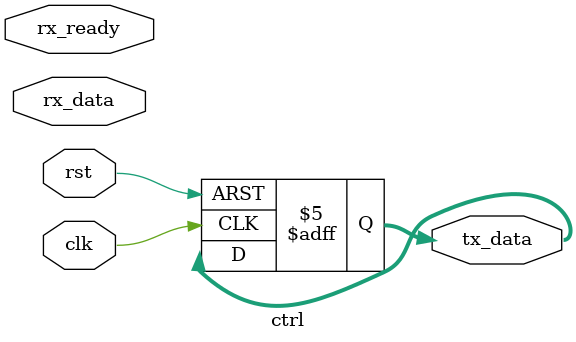
<source format=v>
/**
 * @brief 控制模块
 */
module ctrl(clk, rst, rx_ready, rx_data, tx_data);
    input wire clk;
    input wire rst;
    input wire rx_ready; // 可以接收标志
    input wire[BIT_MAX-1:0] rx_data; // 接收到的数据
    output reg[BIT_MAX-1:0] tx_data; // 要发送的数据

    parameter BIT_MAX = 8; // 数据位数

    reg[BIT_MAX-1:0] Ra; // 寄存器A: 用于存储被除数
    reg[BIT_MAX-1:0] Rb; // 寄存器B: 用于存储除数
    reg[BIT_MAX-1:0] Rx; // 寄存器X: 用于存储商

    // 接收数据
    always @(posedge clk or negedge rst) begin
        if (!rst) begin
            tx_data <= 0;
        end
        else begin
            if (rx_ready) begin
                Ra <= rx_data;
            end
        end
    end

    // 计算
endmodule

</source>
